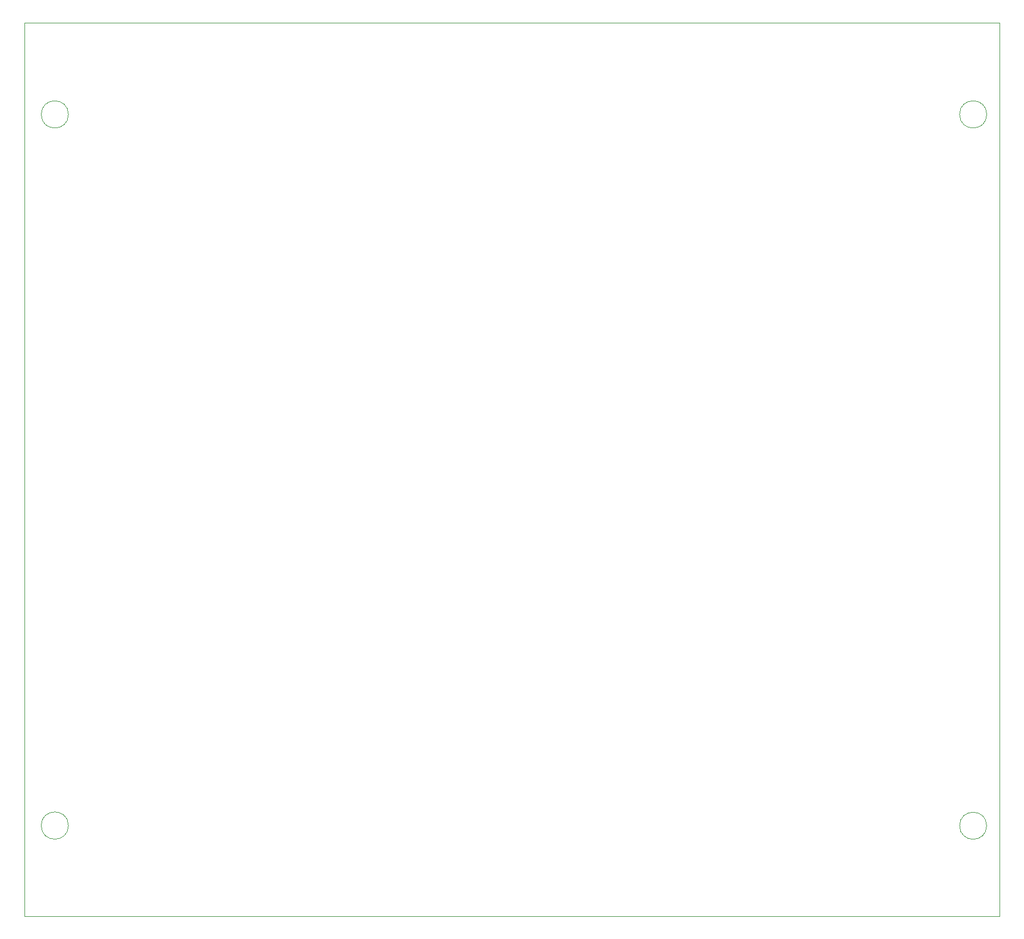
<source format=gbr>
%TF.GenerationSoftware,KiCad,Pcbnew,9.0.2*%
%TF.CreationDate,2025-06-29T15:47:53+02:00*%
%TF.ProjectId,adirs,61646972-732e-46b6-9963-61645f706362,rev?*%
%TF.SameCoordinates,Original*%
%TF.FileFunction,Profile,NP*%
%FSLAX46Y46*%
G04 Gerber Fmt 4.6, Leading zero omitted, Abs format (unit mm)*
G04 Created by KiCad (PCBNEW 9.0.2) date 2025-06-29 15:47:53*
%MOMM*%
%LPD*%
G01*
G04 APERTURE LIST*
%TA.AperFunction,Profile*%
%ADD10C,0.050000*%
%TD*%
G04 APERTURE END LIST*
D10*
X129600000Y-21400000D02*
X274600000Y-21400000D01*
X274600000Y-154400000D01*
X129600000Y-154400000D01*
X129600000Y-21400000D01*
X136124846Y-140875154D02*
G75*
G02*
X132075154Y-140875154I-2024846J0D01*
G01*
X132075154Y-140875154D02*
G75*
G02*
X136124846Y-140875154I2024846J0D01*
G01*
X272711456Y-140900000D02*
G75*
G02*
X268688544Y-140900000I-2011456J0D01*
G01*
X268688544Y-140900000D02*
G75*
G02*
X272711456Y-140900000I2011456J0D01*
G01*
X272724846Y-35075154D02*
G75*
G02*
X268675154Y-35075154I-2024846J0D01*
G01*
X268675154Y-35075154D02*
G75*
G02*
X272724846Y-35075154I2024846J0D01*
G01*
X136124846Y-35075154D02*
G75*
G02*
X132075154Y-35075154I-2024846J0D01*
G01*
X132075154Y-35075154D02*
G75*
G02*
X136124846Y-35075154I2024846J0D01*
G01*
M02*

</source>
